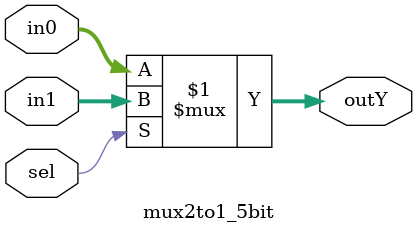
<source format=v>
module mux2to1_5bit (in0, in1, sel, outY);

// Internal constants
parameter numBit = 4;

// IO port declare
input [numBit:0] in0, in1;
input sel;
output [numBit:0] outY;

// Circuit
assign outY = (sel)?in1:in0;

endmodule


</source>
